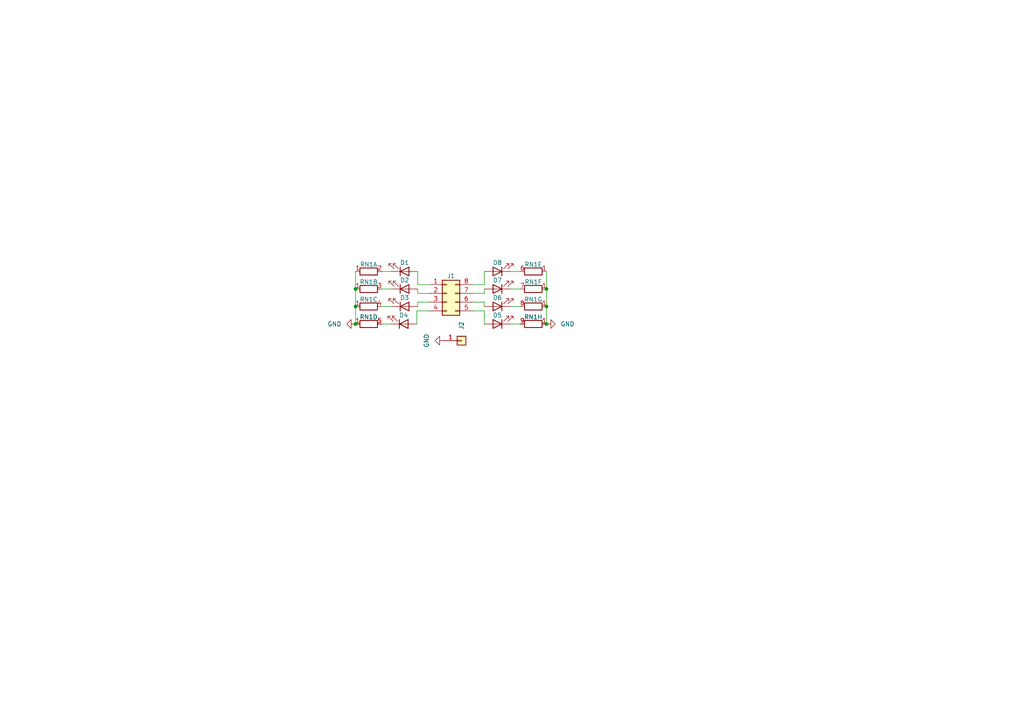
<source format=kicad_sch>
(kicad_sch (version 20230121) (generator eeschema)
  (paper "A4")
  (lib_symbols
    (symbol "Connector_Generic:Conn_01x01" (pin_names (offset 1.016) hide)
      (property "Reference" "J" (at 0 2.54 0))
      (property "Value" "Conn_01x01" (at 0 -2.54 0))
      (symbol "Conn_01x01_1_1"
        (rectangle (start -1.27 0.127) (end 0 -0.127) (stroke (width 0.1524)))
        (rectangle (start -1.27 1.27) (end 1.27 -1.27) (stroke (width 0.254)) (fill (type background)))
        (pin passive line (at -5.08 0 0) (length 3.81) (name "Pin_1") (number "1"))
      )
    )
    (symbol "Connector_Generic:Conn_02x04_Counter_Clockwise" (pin_names (offset 1.016) hide)
      (property "Reference" "J" (at 1.27 5.08 0))
      (property "Value" "Conn_02x04_Counter_Clockwise" (at 1.27 -7.62 0))
      (symbol "Conn_02x04_Counter_Clockwise_1_1"
        (rectangle (start -1.27 -4.953) (end 0 -5.207) (stroke (width 0.1524)))
        (rectangle (start -1.27 -2.413) (end 0 -2.667) (stroke (width 0.1524)))
        (rectangle (start -1.27 0.127) (end 0 -0.127) (stroke (width 0.1524)))
        (rectangle (start -1.27 2.667) (end 0 2.413) (stroke (width 0.1524)))
        (rectangle (start -1.27 3.81) (end 3.81 -6.35) (stroke (width 0.254)) (fill (type background)))
        (rectangle (start 3.81 -4.953) (end 2.54 -5.207) (stroke (width 0.1524)))
        (rectangle (start 3.81 -2.413) (end 2.54 -2.667) (stroke (width 0.1524)))
        (rectangle (start 3.81 0.127) (end 2.54 -0.127) (stroke (width 0.1524)))
        (rectangle (start 3.81 2.667) (end 2.54 2.413) (stroke (width 0.1524)))
        (pin passive line (at -5.08 2.54 0) (length 3.81) (name "Pin_1") (number "1"))
        (pin passive line (at -5.08 0 0) (length 3.81) (name "Pin_2") (number "2"))
        (pin passive line (at -5.08 -2.54 0) (length 3.81) (name "Pin_3") (number "3"))
        (pin passive line (at -5.08 -5.08 0) (length 3.81) (name "Pin_4") (number "4"))
        (pin passive line (at 7.62 -5.08 180) (length 3.81) (name "Pin_5") (number "5"))
        (pin passive line (at 7.62 -2.54 180) (length 3.81) (name "Pin_6") (number "6"))
        (pin passive line (at 7.62 0 180) (length 3.81) (name "Pin_7") (number "7"))
        (pin passive line (at 7.62 2.54 180) (length 3.81) (name "Pin_8") (number "8"))
      )
    )
    (symbol "Device:LED" (pin_numbers hide) (pin_names (offset 1.016) hide)
      (property "Reference" "D" (at 0 2.54 0))
      (property "Value" "LED" (at 0 -2.54 0))
      (symbol "LED_0_1"
        (polyline (pts (xy -1.27 -1.27) (xy -1.27 1.27)) (stroke (width 0.254)))
        (polyline (pts (xy -1.27 0) (xy 1.27 0)))
        (polyline (pts (xy 1.27 -1.27) (xy 1.27 1.27) (xy -1.27 0) (xy 1.27 -1.27)) (stroke (width 0.254)))
        (polyline (pts (xy -3.048 -0.762) (xy -4.572 -2.286) (xy -3.81 -2.286) (xy -4.572 -2.286) (xy -4.572 -1.524)))
        (polyline (pts (xy -1.778 -0.762) (xy -3.302 -2.286) (xy -2.54 -2.286) (xy -3.302 -2.286) (xy -3.302 -1.524)))
      )
      (symbol "LED_1_1"
        (pin passive line (at -3.81 0 0) (length 2.54) (name "K") (number "1"))
        (pin passive line (at 3.81 0 180) (length 2.54) (name "A") (number "2"))
      )
    )
    (symbol "Device:R_Network08_Split" (pin_names (offset 0) hide)
      (property "Reference" "RN" (at 2.032 0 90))
      (property "Value" "R_Network08_Split" (at 0 0 90))
      (symbol "R_Network08_Split_0_1"
        (rectangle (start 1.016 2.54) (end -1.016 -2.54) (stroke (width 0.254)))
        (pin passive line (at 0 3.81 270) (length 1.27) (name "R1") (number "1"))
      )
      (symbol "R_Network08_Split_1_1"
        (pin passive line (at 0 -3.81 90) (length 1.27) (name "R1.2") (number "2"))
      )
      (symbol "R_Network08_Split_2_1"
        (pin passive line (at 0 -3.81 90) (length 1.27) (name "R2.2") (number "3"))
      )
      (symbol "R_Network08_Split_3_1"
        (pin passive line (at 0 -3.81 90) (length 1.27) (name "R3.2") (number "4"))
      )
      (symbol "R_Network08_Split_4_1"
        (pin passive line (at 0 -3.81 90) (length 1.27) (name "R4.2") (number "5"))
      )
      (symbol "R_Network08_Split_5_1"
        (pin passive line (at 0 -3.81 90) (length 1.27) (name "R5.2") (number "6"))
      )
      (symbol "R_Network08_Split_6_1"
        (pin passive line (at 0 -3.81 90) (length 1.27) (name "R6.2") (number "7"))
      )
      (symbol "R_Network08_Split_7_1"
        (pin passive line (at 0 -3.81 90) (length 1.27) (name "R7.2") (number "8"))
      )
      (symbol "R_Network08_Split_8_1"
        (pin passive line (at 0 -3.81 90) (length 1.27) (name "R8.2") (number "9"))
      )
    )
    (symbol "power:GND" (power) (pin_names (offset 0))
      (property "Value" "GND" (at 0 -3.81 0))
      (symbol "GND_0_1"
        (polyline (pts (xy 0 0) (xy 0 -1.27) (xy 1.27 -1.27) (xy 0 -2.54) (xy -1.27 -1.27) (xy 0 -1.27)))
      )
      (symbol "GND_1_1"
        (pin power_in line (at 0 0 270) (length 0) hide (name "GND") (number "1"))
      )
    )
  )
  (junction (at 103.124 83.82))
  (junction (at 158.496 88.9))
  (junction (at 158.496 93.98))
  (junction (at 103.124 93.98))
  (junction (at 103.124 88.9))
  (junction (at 158.496 83.82))
  (wire (pts (xy 121.158 83.82) (xy 121.158 85.09)))
  (wire (pts (xy 158.496 88.9) (xy 158.496 93.98)))
  (wire (pts (xy 121.158 78.74) (xy 121.158 82.55)))
  (wire (pts (xy 140.462 78.74) (xy 140.462 82.55)))
  (wire (pts (xy 121.158 82.55) (xy 124.46 82.55)))
  (wire (pts (xy 103.124 83.82) (xy 103.124 88.9)))
  (wire (pts (xy 121.158 85.09) (xy 124.46 85.09)))
  (wire (pts (xy 148.082 78.74) (xy 150.876 78.74)))
  (wire (pts (xy 110.744 83.82) (xy 113.538 83.82)))
  (wire (pts (xy 110.744 78.74) (xy 113.538 78.74)))
  (wire (pts (xy 137.16 87.63) (xy 140.462 87.63)))
  (wire (pts (xy 140.462 93.98) (xy 140.462 90.17)))
  (wire (pts (xy 148.082 88.9) (xy 150.876 88.9)))
  (wire (pts (xy 120.904 93.98) (xy 120.904 90.17)))
  (wire (pts (xy 121.158 88.9) (xy 121.158 87.63)))
  (wire (pts (xy 148.082 83.82) (xy 150.876 83.82)))
  (wire (pts (xy 137.16 82.55) (xy 140.462 82.55)))
  (wire (pts (xy 103.124 78.74) (xy 103.124 83.82)))
  (wire (pts (xy 137.16 85.09) (xy 140.462 85.09)))
  (wire (pts (xy 137.16 90.17) (xy 140.462 90.17)))
  (wire (pts (xy 158.496 83.82) (xy 158.496 88.9)))
  (wire (pts (xy 140.462 83.82) (xy 140.462 85.09)))
  (wire (pts (xy 121.158 87.63) (xy 124.46 87.63)))
  (wire (pts (xy 120.904 90.17) (xy 124.46 90.17)))
  (wire (pts (xy 110.744 93.98) (xy 113.284 93.98)))
  (wire (pts (xy 103.124 88.9) (xy 103.124 93.98)))
  (wire (pts (xy 158.496 78.74) (xy 158.496 83.82)))
  (wire (pts (xy 148.082 93.98) (xy 150.876 93.98)))
  (wire (pts (xy 110.744 88.9) (xy 113.538 88.9)))
  (wire (pts (xy 140.462 88.9) (xy 140.462 87.63)))
  (symbol (lib_id "Device:R_Network08_Split") (at 154.686 78.74 270) (mirror x) (unit 5)
    (property "Reference" "RN1" (at 154.686 76.708 90))
    (property "Value" "R_Network08_Split" (effects hide))
    (property "Footprint" "r_network:EXB-D10C103J" (effects hide))
    (property "Datasheet" "http://www.vishay.com/docs/31509/csc.pdf" (effects hide))
  )
  (symbol (lib_id "Device:LED") (at 144.272 78.74 180) (unit 1)
    (property "Reference" "D8" (at 144.272 76.2 0))
    (property "Value" "LED" (effects hide))
    (property "Footprint" "LED_SMD:LED_0603_1608Metric" (effects hide))
  )
  (symbol (lib_id "Device:R_Network08_Split") (at 106.934 83.82 90) (unit 2)
    (property "Reference" "RN1" (at 106.934 81.788 90))
    (property "Value" "R_Network08_Split" (effects hide))
    (property "Footprint" "r_network:EXB-D10C103J" (effects hide))
    (property "Datasheet" "http://www.vishay.com/docs/31509/csc.pdf" (effects hide))
  )
  (symbol (lib_id "power:GND") (at 128.778 98.806 270) (unit 1)
    (property "Reference" "#PWR03" (effects hide))
    (property "Value" "GND" (at 123.698 98.806 0))
  )
  (symbol (lib_id "Device:R_Network08_Split") (at 106.934 93.98 90) (unit 4)
    (property "Reference" "RN1" (at 106.934 91.948 90))
    (property "Value" "R_Network08_Split" (effects hide))
    (property "Footprint" "r_network:EXB-D10C103J" (effects hide))
    (property "Datasheet" "http://www.vishay.com/docs/31509/csc.pdf" (effects hide))
  )
  (symbol (lib_id "power:GND") (at 158.496 93.98 90) (unit 1)
    (property "Reference" "#PWR01" (effects hide))
    (property "Value" "GND" (at 162.56 93.98 90) (effects (justify right)))
  )
  (symbol (lib_id "Device:R_Network08_Split") (at 154.686 83.82 270) (mirror x) (unit 6)
    (property "Reference" "RN1" (at 154.686 81.788 90))
    (property "Value" "R_Network08_Split" (effects hide))
    (property "Footprint" "r_network:EXB-D10C103J" (effects hide))
    (property "Datasheet" "http://www.vishay.com/docs/31509/csc.pdf" (effects hide))
  )
  (symbol (lib_id "Device:LED") (at 117.348 78.74 0) (mirror x) (unit 1)
    (property "Reference" "D1" (at 117.348 76.2 0))
    (property "Value" "LED" (effects hide))
    (property "Footprint" "LED_SMD:LED_0603_1608Metric" (effects hide))
  )
  (symbol (lib_id "Connector_Generic:Conn_02x04_Counter_Clockwise") (at 129.54 85.09 0) (unit 1)
    (property "Reference" "J1" (at 130.81 80.01 0))
    (property "Value" "Conn_02x04_Counter_Clockwise" (effects hide))
    (property "Footprint" "Connector_PinHeader_2.54mm:PinHeader_2x04_P2.54mm_Vertical" (effects hide))
  )
  (symbol (lib_id "Device:R_Network08_Split") (at 106.934 78.74 90) (unit 1)
    (property "Reference" "RN1" (at 106.934 76.708 90))
    (property "Value" "R_Network08_Split" (effects hide))
    (property "Footprint" "r_network:EXB-D10C103J" (effects hide))
    (property "Datasheet" "http://www.vishay.com/docs/31509/csc.pdf" (effects hide))
  )
  (symbol (lib_id "power:GND") (at 103.124 93.98 270) (unit 1)
    (property "Reference" "#PWR02" (effects hide))
    (property "Value" "GND" (at 99.06 93.98 90) (effects (justify right)))
  )
  (symbol (lib_id "Device:R_Network08_Split") (at 154.686 88.9 270) (mirror x) (unit 7)
    (property "Reference" "RN1" (at 154.686 86.868 90))
    (property "Value" "R_Network08_Split" (effects hide))
    (property "Footprint" "r_network:EXB-D10C103J" (effects hide))
    (property "Datasheet" "http://www.vishay.com/docs/31509/csc.pdf" (effects hide))
  )
  (symbol (lib_id "Device:R_Network08_Split") (at 106.934 88.9 90) (unit 3)
    (property "Reference" "RN1" (at 106.934 86.868 90))
    (property "Value" "R_Network08_Split" (effects hide))
    (property "Footprint" "r_network:EXB-D10C103J" (effects hide))
    (property "Datasheet" "http://www.vishay.com/docs/31509/csc.pdf" (effects hide))
  )
  (symbol (lib_id "Device:LED") (at 117.348 83.82 0) (mirror x) (unit 1)
    (property "Reference" "D2" (at 117.348 81.28 0))
    (property "Value" "LED" (effects hide))
    (property "Footprint" "LED_SMD:LED_0603_1608Metric" (effects hide))
  )
  (symbol (lib_id "Device:LED") (at 144.272 93.98 180) (unit 1)
    (property "Reference" "D5" (at 144.272 91.44 0))
    (property "Value" "LED" (effects hide))
    (property "Footprint" "LED_SMD:LED_0603_1608Metric" (effects hide))
  )
  (symbol (lib_id "Device:LED") (at 144.272 83.82 180) (unit 1)
    (property "Reference" "D7" (at 144.272 81.28 0))
    (property "Value" "LED" (effects hide))
    (property "Footprint" "LED_SMD:LED_0603_1608Metric" (effects hide))
  )
  (symbol (lib_id "Connector_Generic:Conn_01x01") (at 133.858 98.806 0) (unit 1)
    (property "Reference" "J2" (at 133.858 95.631 90) (effects (justify left)))
    (property "Value" "Conn_01x01" (effects hide))
    (property "Footprint" "Connector_PinHeader_2.54mm:PinHeader_1x01_P2.54mm_Vertical" (effects hide))
  )
  (symbol (lib_id "Device:LED") (at 144.272 88.9 180) (unit 1)
    (property "Reference" "D6" (at 144.272 86.36 0))
    (property "Value" "LED" (effects hide))
    (property "Footprint" "LED_SMD:LED_0603_1608Metric" (effects hide))
  )
  (symbol (lib_id "Device:LED") (at 117.094 93.98 0) (mirror x) (unit 1)
    (property "Reference" "D4" (at 117.094 91.44 0))
    (property "Value" "LED" (effects hide))
    (property "Footprint" "LED_SMD:LED_0603_1608Metric" (effects hide))
  )
  (symbol (lib_id "Device:LED") (at 117.348 88.9 0) (mirror x) (unit 1)
    (property "Reference" "D3" (at 117.348 86.36 0))
    (property "Value" "LED" (effects hide))
    (property "Footprint" "LED_SMD:LED_0603_1608Metric" (effects hide))
  )
  (symbol (lib_id "Device:R_Network08_Split") (at 154.686 93.98 270) (mirror x) (unit 8)
    (property "Reference" "RN1" (at 154.686 91.948 90))
    (property "Value" "R_Network08_Split" (effects hide))
    (property "Footprint" "r_network:EXB-D10C103J" (effects hide))
    (property "Datasheet" "http://www.vishay.com/docs/31509/csc.pdf" (effects hide))
  )
)
</source>
